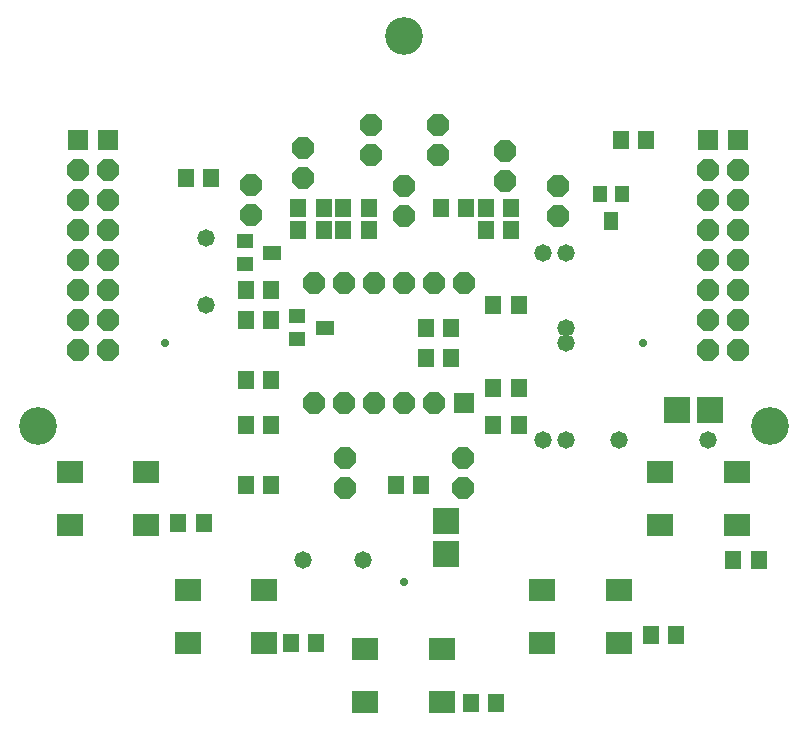
<source format=gts>
G04 Layer_Color=8388736*
%FSLAX25Y25*%
%MOIN*%
G70*
G01*
G75*
%ADD30R,0.05524X0.06312*%
%ADD31R,0.05721X0.04737*%
%ADD32R,0.05918X0.04737*%
%ADD33R,0.04737X0.05721*%
%ADD34R,0.04737X0.05918*%
%ADD35R,0.08800X0.08800*%
%ADD36R,0.08800X0.08800*%
%ADD37P,0.07685X8X22.5*%
%ADD38R,0.07100X0.07100*%
%ADD39R,0.08800X0.07800*%
%ADD40C,0.12611*%
%ADD41C,0.02769*%
%ADD42P,0.07685X8X292.5*%
%ADD43R,0.07100X0.07100*%
%ADD44C,0.05800*%
D30*
X219232Y122500D02*
D03*
X210768D02*
D03*
X193268Y195000D02*
D03*
X201732D02*
D03*
X169232D02*
D03*
X160768D02*
D03*
X145768D02*
D03*
X154232D02*
D03*
X145768Y187500D02*
D03*
X154232D02*
D03*
X169232D02*
D03*
X160768D02*
D03*
X263268Y52500D02*
D03*
X271732D02*
D03*
X290768Y77500D02*
D03*
X299232D02*
D03*
X203268Y30000D02*
D03*
X211732D02*
D03*
X143268Y50000D02*
D03*
X151732D02*
D03*
X105768Y90000D02*
D03*
X114232D02*
D03*
X136732Y167500D02*
D03*
X128268D02*
D03*
X210768Y162500D02*
D03*
X219232D02*
D03*
X188268Y155000D02*
D03*
X196732D02*
D03*
X136732Y102500D02*
D03*
X128268D02*
D03*
X186732D02*
D03*
X178268D02*
D03*
X216732Y187500D02*
D03*
X208268D02*
D03*
X216732Y195000D02*
D03*
X208268D02*
D03*
X128268Y122500D02*
D03*
X136732D02*
D03*
X128268Y137500D02*
D03*
X136732D02*
D03*
X196732Y145000D02*
D03*
X188268D02*
D03*
X219232Y135000D02*
D03*
X210768D02*
D03*
X136732Y157500D02*
D03*
X128268D02*
D03*
X116732Y205000D02*
D03*
X108268D02*
D03*
X253268Y217500D02*
D03*
X261732D02*
D03*
D31*
X145472Y158740D02*
D03*
Y151260D02*
D03*
X127972Y183740D02*
D03*
Y176260D02*
D03*
D32*
X154606Y155000D02*
D03*
X137106Y180000D02*
D03*
D33*
X253740Y199528D02*
D03*
X246260D02*
D03*
D34*
X250000Y190394D02*
D03*
D35*
X195000Y90543D02*
D03*
Y79457D02*
D03*
D36*
X271957Y127500D02*
D03*
X283043D02*
D03*
D37*
X192500Y222500D02*
D03*
Y212500D02*
D03*
X170000Y222500D02*
D03*
Y212500D02*
D03*
X147500Y215000D02*
D03*
Y205000D02*
D03*
X130000Y202500D02*
D03*
Y192500D02*
D03*
X151142Y170000D02*
D03*
Y130000D02*
D03*
X181142Y170000D02*
D03*
X161142Y130000D02*
D03*
X181142D02*
D03*
X161142Y170000D02*
D03*
X171142Y130000D02*
D03*
Y170000D02*
D03*
X191142Y130000D02*
D03*
Y170000D02*
D03*
X201142D02*
D03*
X200827Y111614D02*
D03*
Y101614D02*
D03*
X161457Y111614D02*
D03*
Y101614D02*
D03*
X232323Y202165D02*
D03*
Y192165D02*
D03*
X214606Y213976D02*
D03*
Y203976D02*
D03*
X181142Y202165D02*
D03*
Y192165D02*
D03*
D38*
X201142Y130000D02*
D03*
D39*
X266469Y89311D02*
D03*
X291968Y106811D02*
D03*
X266469D02*
D03*
X291968Y89311D02*
D03*
X227098Y49941D02*
D03*
X252598Y67441D02*
D03*
X227098D02*
D03*
X252598Y49941D02*
D03*
X168043Y30256D02*
D03*
X193543Y47756D02*
D03*
X168043D02*
D03*
X193543Y30256D02*
D03*
X108988Y49941D02*
D03*
X134488Y67441D02*
D03*
X108988D02*
D03*
X134488Y49941D02*
D03*
X69618Y89311D02*
D03*
X95118Y106811D02*
D03*
X69618D02*
D03*
X95118Y89311D02*
D03*
D40*
X303189Y122362D02*
D03*
X59095D02*
D03*
X181142Y252284D02*
D03*
D41*
X260866Y149921D02*
D03*
X101417D02*
D03*
X181142Y70197D02*
D03*
D42*
X72500Y147500D02*
D03*
X82500D02*
D03*
X72500Y157500D02*
D03*
X82500D02*
D03*
Y177500D02*
D03*
Y187500D02*
D03*
Y197500D02*
D03*
X72500Y187500D02*
D03*
Y167500D02*
D03*
Y197500D02*
D03*
X82500Y167500D02*
D03*
Y207500D02*
D03*
X72500Y177500D02*
D03*
Y207500D02*
D03*
X282500Y147500D02*
D03*
X292500D02*
D03*
X282500Y157500D02*
D03*
X292500D02*
D03*
Y177500D02*
D03*
Y187500D02*
D03*
Y197500D02*
D03*
X282500Y187500D02*
D03*
Y167500D02*
D03*
Y197500D02*
D03*
X292500Y167500D02*
D03*
Y207500D02*
D03*
X282500Y177500D02*
D03*
Y207500D02*
D03*
D43*
X82500Y217500D02*
D03*
X72500D02*
D03*
X292500D02*
D03*
X282500D02*
D03*
D44*
X227500Y117500D02*
D03*
Y180000D02*
D03*
X235000D02*
D03*
X115000Y185000D02*
D03*
Y162500D02*
D03*
X235000Y155000D02*
D03*
Y117500D02*
D03*
Y150000D02*
D03*
X167500Y77500D02*
D03*
X147500D02*
D03*
X282500Y117500D02*
D03*
X252598D02*
D03*
M02*

</source>
